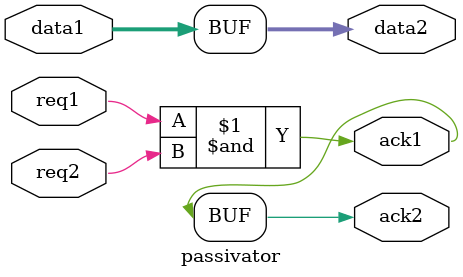
<source format=v>
`timescale 1ns / 1ps
module passivator
  #(parameter DWIDTH = 8)
   (input req1,
    output ack1,
    input [0:DWIDTH-1] data1,
    input req2,
    output ack2,
    output [0:DWIDTH-1] data2);

    // Passivator behaviour
    assign ack1 = (req1 & req2);
    assign ack2 = ack1;
   
    // Data passthrough
    assign data2 = data1;
endmodule

</source>
